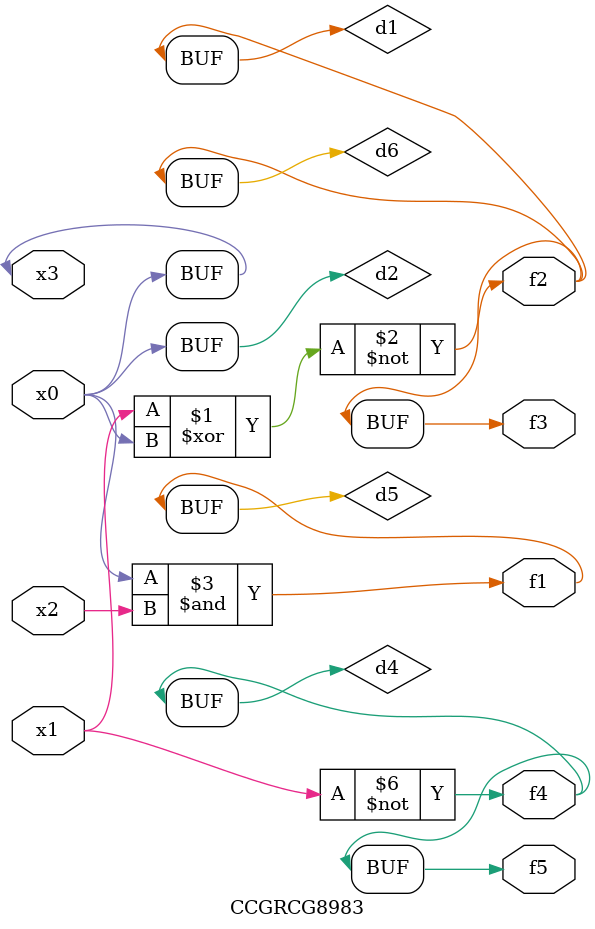
<source format=v>
module CCGRCG8983(
	input x0, x1, x2, x3,
	output f1, f2, f3, f4, f5
);

	wire d1, d2, d3, d4, d5, d6;

	xnor (d1, x1, x3);
	buf (d2, x0, x3);
	nand (d3, x0, x2);
	not (d4, x1);
	nand (d5, d3);
	or (d6, d1);
	assign f1 = d5;
	assign f2 = d6;
	assign f3 = d6;
	assign f4 = d4;
	assign f5 = d4;
endmodule

</source>
